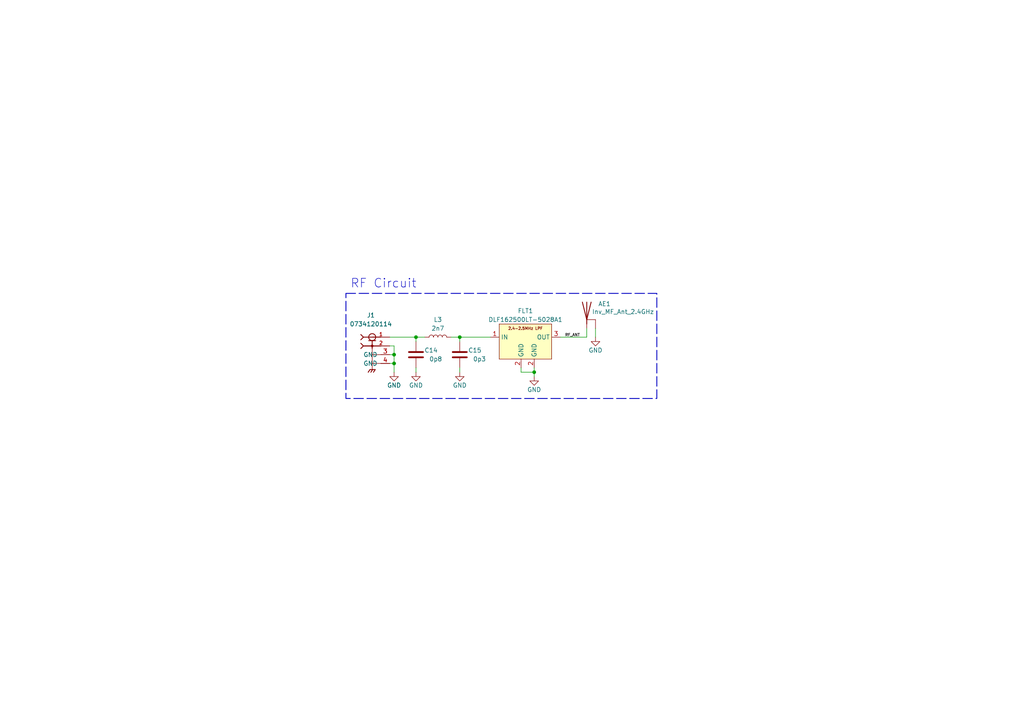
<source format=kicad_sch>
(kicad_sch (version 20231120) (generator "eeschema") (generator_version "8.0")
  (paper "A4")
  (lib_symbols
    (symbol "Device:Antenna" (pin_numbers hide) (pin_names (offset 1.016) hide)
      (property "Reference" "AE1" (at -2.032 6.096 0))
      (property "Value" "Inv_MF_Ant_2.4GHz" (at -3.81 3.81 0))
      (symbol "Antenna_0_1"
        (polyline (pts (xy 0 2.54) (xy 0 -3.81)) (stroke (width 0.254)))
        (polyline (pts (xy 2.54 -2.54) (xy 0 -2.54)))
        (polyline (pts (xy 1.27 2.54) (xy 0 -2.54) (xy -1.27 2.54)) (stroke (width 0.254)))
      )
      (symbol "Antenna_1_1"
        (pin input line (at 0 -5.08 90) (length 2.54) (name "A") (number "1"))
        (pin input line (at 2.54 -5.08 90) (length 2.54) (name "GND") (number "2"))
      )
    )
    (symbol "Device:C" (pin_numbers hide) (pin_names (offset 0.254))
      (property "Reference" "C" (at 0.635 2.54 0))
      (property "Value" "C" (at 0.635 -2.54 0))
      (symbol "C_0_1"
        (polyline (pts (xy -2.032 -0.762) (xy 2.032 -0.762)) (stroke (width 0.508)))
        (polyline (pts (xy -2.032 0.762) (xy 2.032 0.762)) (stroke (width 0.508)))
      )
      (symbol "C_1_1"
        (pin passive line (at 0 3.81 270) (length 2.794) (name "~") (number "1"))
        (pin passive line (at 0 -3.81 90) (length 2.794) (name "~") (number "2"))
      )
    )
    (symbol "Device:L" (pin_numbers hide) (pin_names (offset 1.016) hide)
      (property "Reference" "L" (at -1.27 0 90))
      (property "Value" "L" (at 1.905 0 90))
      (symbol "L_0_1"
        (arc (start 0 -2.54) (mid 0.6323 -1.905) (end 0 -1.27))
        (arc (start 0 -1.27) (mid 0.6323 -0.635) (end 0 0))
        (arc (start 0 0) (mid 0.6323 0.635) (end 0 1.27))
        (arc (start 0 1.27) (mid 0.6323 1.905) (end 0 2.54))
      )
      (symbol "L_1_1"
        (pin passive line (at 0 3.81 270) (length 1.27) (name "1") (number "1"))
        (pin passive line (at 0 -3.81 90) (length 1.27) (name "2") (number "2"))
      )
    )
    (symbol "Molex_UFL:0734120114" (pin_names (offset 1.016))
      (property "Reference" "J" (at -3.81 4.064 0))
      (property "Value" "0734120114" (at -1.27 -68.58 0))
      (symbol "0734120114_0_0"
        (polyline (pts (xy -3.302 -0.762) (xy -2.54 0)) (stroke (width 0.254)))
        (polyline (pts (xy -3.302 0.762) (xy -2.54 0)) (stroke (width 0.254)))
        (polyline (pts (xy -3.302 1.778) (xy -2.54 2.54)) (stroke (width 0.254)))
        (polyline (pts (xy -3.302 3.302) (xy -2.54 2.54)) (stroke (width 0.254)))
        (polyline (pts (xy -2.54 0) (xy 0 0)) (stroke (width 0.254)))
        (polyline (pts (xy -2.54 2.54) (xy 2.54 2.54)) (stroke (width 0.254)))
        (polyline (pts (xy -1.016 1.524) (xy 0 1.524)) (stroke (width 0.254)))
        (polyline (pts (xy -0.6471 -6.8732) (xy -1.1551 -7.6352)) (stroke (width 0.254)))
        (polyline (pts (xy 0 0) (xy -2.286 0)) (stroke (width 0.254)))
        (polyline (pts (xy 0 0) (xy 0 -0.762)) (stroke (width 0.254)))
        (polyline (pts (xy 0 1.524) (xy 0 0)) (stroke (width 0.254)))
        (polyline (pts (xy 0 1.524) (xy 1.016 1.524)) (stroke (width 0.254)))
        (polyline (pts (xy 0.1149 -6.8732) (xy -0.6471 -6.8732)) (stroke (width 0.254)))
        (polyline (pts (xy 0.1149 -6.8732) (xy -0.3931 -7.6352)) (stroke (width 0.254)))
        (polyline (pts (xy 0.1149 -6.8732) (xy 0.8769 -6.8732)) (stroke (width 0.254)))
        (polyline (pts (xy 0.8769 -6.8732) (xy 0.3689 -7.6352)) (stroke (width 0.254)))
        (polyline (pts (xy 2.54 0) (xy 0 0)) (stroke (width 0.254)))
        (circle (center 0 0) (radius 0.254) (stroke (width 0.254)))
        (circle (center 0 2.54) (radius 1.016) (stroke (width 0.254)))
        (pin passive line (at 5.08 2.54 180) (length 5.08) (name "~") (number "1"))
        (pin power_in line (at 5.08 0 180) (length 5.08) (name "~") (number "2"))
      )
      (symbol "0734120114_0_1"
        (polyline (pts (xy 0 -5.08) (xy -0.0002 -6.8542)))
        (polyline (pts (xy 2.54 -2.54) (xy 0 -2.54)))
        (polyline (pts (xy 2.54 -5.08) (xy 0 -5.08) (xy 0 0)))
      )
      (symbol "0734120114_1_1"
        (pin input line (at 5.08 -2.54 180) (length 2.54) (name "GND") (number "3"))
        (pin input line (at 5.08 -5.08 180) (length 2.54) (name "GND") (number "4"))
      )
    )
    (symbol "MoveCritic_HW_Schematic_Symbols:DLF162500LT-5028A1"
      (property "Reference" "FLT1" (at 0 3.81 0))
      (property "Value" "DLF162500LT-5028A1" (at 0 1.27 0))
      (symbol "DLF162500LT-5028A1_1_0"
        (pin passive line (at -10.16 -3.81 0) (length 2.54) (name "IN") (number "1"))
        (pin passive line (at -1.27 -12.7 90) (length 2.54) (name "GND") (number "2"))
        (pin passive line (at 2.54 -12.7 90) (length 2.54) (name "GND") (number "2"))
        (pin passive line (at 10.16 -3.81 180) (length 2.54) (name "OUT") (number "3"))
      )
      (symbol "DLF162500LT-5028A1_1_1"
        (rectangle (start -7.62 0) (end 7.62 -10.16) (fill (type background)))
        (text "2.4-2.5MHz LPF\n" (at 0 -1.27 0) (effects (font (size 0.8 0.8))))
      )
    )
    (symbol "power:GND" (power) (pin_names (offset 0))
      (property "Value" "GND" (at 0 -3.81 0))
      (symbol "GND_0_1"
        (polyline (pts (xy 0 0) (xy 0 -1.27) (xy 1.27 -1.27) (xy 0 -2.54) (xy -1.27 -1.27) (xy 0 -1.27)))
      )
      (symbol "GND_1_1"
        (pin power_in line (at 0 0 270) (length 0) hide (name "GND") (number "1"))
      )
    )
  )
  (junction (at 133.35 97.79))
  (junction (at 114.3 105.41))
  (junction (at 114.3 102.87))
  (junction (at 120.65 97.79))
  (junction (at 154.94 107.95))
  (wire (pts (xy 172.72 95.25) (xy 172.72 97.79)))
  (wire (pts (xy 113.03 102.87) (xy 114.3 102.87)))
  (wire (pts (xy 151.13 107.95) (xy 154.94 107.95)))
  (wire (pts (xy 154.94 106.68) (xy 154.94 107.95)))
  (wire (pts (xy 113.03 105.41) (xy 114.3 105.41)))
  (wire (pts (xy 120.65 99.06) (xy 120.65 97.79)))
  (wire (pts (xy 162.56 97.79) (xy 170.18 97.79)))
  (wire (pts (xy 133.35 97.79) (xy 133.35 99.06)))
  (wire (pts (xy 170.18 95.25) (xy 170.18 97.79)))
  (wire (pts (xy 114.3 100.33) (xy 114.3 102.87)))
  (wire (pts (xy 133.35 106.68) (xy 133.35 107.95)))
  (wire (pts (xy 113.03 97.79) (xy 120.65 97.79)))
  (wire (pts (xy 151.13 106.68) (xy 151.13 107.95)))
  (wire (pts (xy 154.94 107.95) (xy 154.94 109.22)))
  (wire (pts (xy 133.35 97.79) (xy 142.24 97.79)))
  (wire (pts (xy 120.65 97.79) (xy 123.19 97.79)))
  (wire (pts (xy 114.3 102.87) (xy 114.3 105.41)))
  (wire (pts (xy 120.65 106.68) (xy 120.65 107.95)))
  (wire (pts (xy 130.81 97.79) (xy 133.35 97.79)))
  (wire (pts (xy 114.3 100.33) (xy 113.03 100.33)))
  (wire (pts (xy 114.3 105.41) (xy 114.3 107.95)))
  (rectangle (start 100.33 85.09) (end 190.5 115.57) (stroke (width 0.254) (type dash)))
  (text "RF Circuit\n" (at 101.6 83.82 0) (effects (font (size 2.54 2.54)) (justify left bottom)))
  (label "RF_ANT" (at 163.83 97.79 0) (effects (font (size 0.8 0.8))))
  (symbol (lib_id "power:GND") (at 120.65 107.95 0) (mirror y) (unit 1)
    (property "Reference" "#PWR010" (effects (hide yes)))
    (property "Value" "GND" (at 120.65 111.76 0))
  )
  (symbol (lib_id "Device:C") (at 133.35 102.87 0) (mirror y) (unit 1)
    (property "Reference" "C15" (at 139.7 101.6 0) (effects (justify left)))
    (property "Value" "0p3" (at 140.97 104.14 0) (effects (justify left)))
    (property "Footprint" "Capacitor_SMD:C_0402_1005Metric" (effects (hide yes)))
  )
  (symbol (lib_id "Molex_UFL:0734120114") (at 107.95 100.33 0) (unit 1)
    (property "Reference" "J1" (at 107.569 91.44 0))
    (property "Value" "0734120114" (at 107.569 93.98 0))
    (property "Footprint" "0734120114:MOLEX_0734120114" (effects (hide yes)))
    (property "MF" "Molex" (effects (hide yes)))
    (property "DESCRIPTION" "U.FL (UMCC) Connector Receptacle, Male Pin 50Ohm Surface Mount Solder" (effects (hide yes)))
    (property "PACKAGE" "None" (effects (hide yes)))
    (property "PRICE" "None" (effects (hide yes)))
    (property "MP" "0734120110" (effects (hide yes)))
    (property "DIGIKEY-PURCHASE-URL" "https://snapeda.com/shop?store=DigiKey&id=451860" (effects (hide yes)))
    (property "ARROW_ELECTRONICS-PURCHASE-URL" "https://snapeda.com/shop?store=Arrow+Electronics&id=451860" (effects (hide yes)))
    (property "AVAILABILITY" "Good" (effects (hide yes)))
    (property "MAXIMUM_PACKAGE_HEIGHT" "1.36mm" (effects (hide yes)))
  )
  (symbol (lib_id "power:GND") (at 133.35 107.95 0) (mirror y) (unit 1)
    (property "Reference" "#PWR011" (effects (hide yes)))
    (property "Value" "GND" (at 133.35 111.76 0))
  )
  (symbol (lib_id "power:GND") (at 172.72 97.79 0) (mirror y) (unit 1)
    (property "Reference" "#PWR02" (effects (hide yes)))
    (property "Value" "GND" (at 172.72 101.6 0))
  )
  (symbol (lib_id "power:GND") (at 114.3 107.95 0) (mirror y) (unit 1)
    (property "Reference" "#PWR01" (effects (hide yes)))
    (property "Value" "GND" (at 114.3 111.76 0))
  )
  (symbol (lib_id "Device:Antenna") (at 170.18 90.17 0) (unit 1)
    (property "Reference" "AE1" (at 173.482 88.138 0) (effects (justify left)))
    (property "Value" "Inv_MF_Ant_2.4GHz" (at 171.704 90.424 0) (effects (justify left)))
    (property "Footprint" "830009678:2400MHz_PCB_Inverted_F" (effects (hide yes)))
  )
  (symbol (lib_id "Device:L") (at 127 97.79 90) (unit 1)
    (property "Reference" "L3" (at 127 92.71 90))
    (property "Value" "2n7" (at 127 95.25 90))
    (property "Footprint" "Inductor_SMD:L_0402_1005Metric" (effects (hide yes)))
  )
  (symbol (lib_id "Device:C") (at 120.65 102.87 0) (mirror y) (unit 1)
    (property "Reference" "C14" (at 127 101.6 0) (effects (justify left)))
    (property "Value" "0p8" (at 128.27 104.14 0) (effects (justify left)))
    (property "Footprint" "Capacitor_SMD:C_0402_1005Metric" (effects (hide yes)))
  )
  (symbol (lib_id "MoveCritic_HW_Schematic_Symbols:DLF162500LT-5028A1") (at 152.4 93.98 0) (unit 1)
    (property "Reference" "FLT1" (at 152.4 90.17 0))
    (property "Value" "DLF162500LT-5028A1" (at 152.4 92.71 0))
    (property "Footprint" "HW_MoveCritic_Footprints:DLF162500LT-5028A1" (effects (hide yes)))
  )
  (symbol (lib_id "power:GND") (at 154.94 109.22 0) (mirror y) (unit 1)
    (property "Reference" "#PWR013" (effects (hide yes)))
    (property "Value" "GND" (at 154.94 113.03 0))
  )
)
</source>
